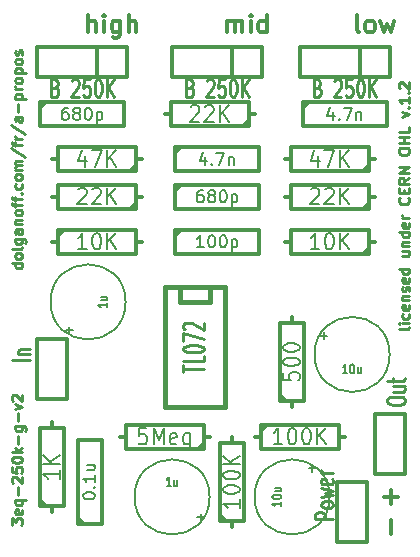
<source format=gto>
%FSLAX46Y46*%
G04 Gerber Fmt 4.6, Leading zero omitted, Abs format (unit mm)*
G04 Created by KiCad (PCBNEW (2014-08-26 BZR 5101)-product) date 01/09/2014 17:28:49*
%MOMM*%
G01*
G04 APERTURE LIST*
%ADD10C,0.100000*%
%ADD11C,0.222250*%
%ADD12C,0.300000*%
%ADD13C,0.304800*%
%ADD14C,0.127000*%
%ADD15C,0.381000*%
%ADD16C,0.203200*%
%ADD17C,0.190500*%
%ADD18C,0.254000*%
G04 APERTURE END LIST*
D10*
D11*
X113432167Y-121094501D02*
X113432167Y-120544168D01*
X113770833Y-120840501D01*
X113770833Y-120713501D01*
X113813167Y-120628834D01*
X113855500Y-120586501D01*
X113940167Y-120544168D01*
X114151833Y-120544168D01*
X114236500Y-120586501D01*
X114278833Y-120628834D01*
X114321167Y-120713501D01*
X114321167Y-120967501D01*
X114278833Y-121052168D01*
X114236500Y-121094501D01*
X114278833Y-119824501D02*
X114321167Y-119909167D01*
X114321167Y-120078501D01*
X114278833Y-120163167D01*
X114194167Y-120205501D01*
X113855500Y-120205501D01*
X113770833Y-120163167D01*
X113728500Y-120078501D01*
X113728500Y-119909167D01*
X113770833Y-119824501D01*
X113855500Y-119782167D01*
X113940167Y-119782167D01*
X114024833Y-120205501D01*
X113728500Y-119020167D02*
X114617500Y-119020167D01*
X114278833Y-119020167D02*
X114321167Y-119104834D01*
X114321167Y-119274167D01*
X114278833Y-119358834D01*
X114236500Y-119401167D01*
X114151833Y-119443501D01*
X113897833Y-119443501D01*
X113813167Y-119401167D01*
X113770833Y-119358834D01*
X113728500Y-119274167D01*
X113728500Y-119104834D01*
X113770833Y-119020167D01*
X113982500Y-118596834D02*
X113982500Y-117919501D01*
X113516833Y-117538501D02*
X113474500Y-117496167D01*
X113432167Y-117411501D01*
X113432167Y-117199834D01*
X113474500Y-117115167D01*
X113516833Y-117072834D01*
X113601500Y-117030501D01*
X113686167Y-117030501D01*
X113813167Y-117072834D01*
X114321167Y-117580834D01*
X114321167Y-117030501D01*
X113432167Y-116226167D02*
X113432167Y-116649500D01*
X113855500Y-116691834D01*
X113813167Y-116649500D01*
X113770833Y-116564834D01*
X113770833Y-116353167D01*
X113813167Y-116268500D01*
X113855500Y-116226167D01*
X113940167Y-116183834D01*
X114151833Y-116183834D01*
X114236500Y-116226167D01*
X114278833Y-116268500D01*
X114321167Y-116353167D01*
X114321167Y-116564834D01*
X114278833Y-116649500D01*
X114236500Y-116691834D01*
X113432167Y-115633500D02*
X113432167Y-115548833D01*
X113474500Y-115464167D01*
X113516833Y-115421833D01*
X113601500Y-115379500D01*
X113770833Y-115337167D01*
X113982500Y-115337167D01*
X114151833Y-115379500D01*
X114236500Y-115421833D01*
X114278833Y-115464167D01*
X114321167Y-115548833D01*
X114321167Y-115633500D01*
X114278833Y-115718167D01*
X114236500Y-115760500D01*
X114151833Y-115802833D01*
X113982500Y-115845167D01*
X113770833Y-115845167D01*
X113601500Y-115802833D01*
X113516833Y-115760500D01*
X113474500Y-115718167D01*
X113432167Y-115633500D01*
X114321167Y-114956166D02*
X113432167Y-114956166D01*
X113982500Y-114871500D02*
X114321167Y-114617500D01*
X113728500Y-114617500D02*
X114067167Y-114956166D01*
X113982500Y-114236499D02*
X113982500Y-113559166D01*
X113728500Y-112754832D02*
X114448167Y-112754832D01*
X114532833Y-112797166D01*
X114575167Y-112839499D01*
X114617500Y-112924166D01*
X114617500Y-113051166D01*
X114575167Y-113135832D01*
X114278833Y-112754832D02*
X114321167Y-112839499D01*
X114321167Y-113008832D01*
X114278833Y-113093499D01*
X114236500Y-113135832D01*
X114151833Y-113178166D01*
X113897833Y-113178166D01*
X113813167Y-113135832D01*
X113770833Y-113093499D01*
X113728500Y-113008832D01*
X113728500Y-112839499D01*
X113770833Y-112754832D01*
X113982500Y-112331499D02*
X113982500Y-111654166D01*
X113728500Y-111315499D02*
X114321167Y-111103832D01*
X113728500Y-110892166D01*
X113516833Y-110595833D02*
X113474500Y-110553499D01*
X113432167Y-110468833D01*
X113432167Y-110257166D01*
X113474500Y-110172499D01*
X113516833Y-110130166D01*
X113601500Y-110087833D01*
X113686167Y-110087833D01*
X113813167Y-110130166D01*
X114321167Y-110638166D01*
X114321167Y-110087833D01*
X114321167Y-98975330D02*
X113432167Y-98975330D01*
X114278833Y-98975330D02*
X114321167Y-99059997D01*
X114321167Y-99229330D01*
X114278833Y-99313997D01*
X114236500Y-99356330D01*
X114151833Y-99398664D01*
X113897833Y-99398664D01*
X113813167Y-99356330D01*
X113770833Y-99313997D01*
X113728500Y-99229330D01*
X113728500Y-99059997D01*
X113770833Y-98975330D01*
X114321167Y-98424997D02*
X114278833Y-98509664D01*
X114236500Y-98551997D01*
X114151833Y-98594331D01*
X113897833Y-98594331D01*
X113813167Y-98551997D01*
X113770833Y-98509664D01*
X113728500Y-98424997D01*
X113728500Y-98297997D01*
X113770833Y-98213331D01*
X113813167Y-98170997D01*
X113897833Y-98128664D01*
X114151833Y-98128664D01*
X114236500Y-98170997D01*
X114278833Y-98213331D01*
X114321167Y-98297997D01*
X114321167Y-98424997D01*
X114321167Y-97620664D02*
X114278833Y-97705331D01*
X114194167Y-97747664D01*
X113432167Y-97747664D01*
X113728500Y-96900997D02*
X114448167Y-96900997D01*
X114532833Y-96943331D01*
X114575167Y-96985664D01*
X114617500Y-97070331D01*
X114617500Y-97197331D01*
X114575167Y-97281997D01*
X114278833Y-96900997D02*
X114321167Y-96985664D01*
X114321167Y-97154997D01*
X114278833Y-97239664D01*
X114236500Y-97281997D01*
X114151833Y-97324331D01*
X113897833Y-97324331D01*
X113813167Y-97281997D01*
X113770833Y-97239664D01*
X113728500Y-97154997D01*
X113728500Y-96985664D01*
X113770833Y-96900997D01*
X114321167Y-96096664D02*
X113855500Y-96096664D01*
X113770833Y-96138998D01*
X113728500Y-96223664D01*
X113728500Y-96392998D01*
X113770833Y-96477664D01*
X114278833Y-96096664D02*
X114321167Y-96181331D01*
X114321167Y-96392998D01*
X114278833Y-96477664D01*
X114194167Y-96519998D01*
X114109500Y-96519998D01*
X114024833Y-96477664D01*
X113982500Y-96392998D01*
X113982500Y-96181331D01*
X113940167Y-96096664D01*
X113728500Y-95673331D02*
X114321167Y-95673331D01*
X113813167Y-95673331D02*
X113770833Y-95630998D01*
X113728500Y-95546331D01*
X113728500Y-95419331D01*
X113770833Y-95334665D01*
X113855500Y-95292331D01*
X114321167Y-95292331D01*
X114321167Y-94741998D02*
X114278833Y-94826665D01*
X114236500Y-94868998D01*
X114151833Y-94911332D01*
X113897833Y-94911332D01*
X113813167Y-94868998D01*
X113770833Y-94826665D01*
X113728500Y-94741998D01*
X113728500Y-94614998D01*
X113770833Y-94530332D01*
X113813167Y-94487998D01*
X113897833Y-94445665D01*
X114151833Y-94445665D01*
X114236500Y-94487998D01*
X114278833Y-94530332D01*
X114321167Y-94614998D01*
X114321167Y-94741998D01*
X113728500Y-94191665D02*
X113728500Y-93852999D01*
X114321167Y-94064665D02*
X113559167Y-94064665D01*
X113474500Y-94022332D01*
X113432167Y-93937665D01*
X113432167Y-93852999D01*
X113728500Y-93683665D02*
X113728500Y-93344999D01*
X114321167Y-93556665D02*
X113559167Y-93556665D01*
X113474500Y-93514332D01*
X113432167Y-93429665D01*
X113432167Y-93344999D01*
X114236500Y-93048665D02*
X114278833Y-93006332D01*
X114321167Y-93048665D01*
X114278833Y-93090999D01*
X114236500Y-93048665D01*
X114321167Y-93048665D01*
X114278833Y-92244332D02*
X114321167Y-92328999D01*
X114321167Y-92498332D01*
X114278833Y-92582999D01*
X114236500Y-92625332D01*
X114151833Y-92667666D01*
X113897833Y-92667666D01*
X113813167Y-92625332D01*
X113770833Y-92582999D01*
X113728500Y-92498332D01*
X113728500Y-92328999D01*
X113770833Y-92244332D01*
X114321167Y-91736332D02*
X114278833Y-91820999D01*
X114236500Y-91863332D01*
X114151833Y-91905666D01*
X113897833Y-91905666D01*
X113813167Y-91863332D01*
X113770833Y-91820999D01*
X113728500Y-91736332D01*
X113728500Y-91609332D01*
X113770833Y-91524666D01*
X113813167Y-91482332D01*
X113897833Y-91439999D01*
X114151833Y-91439999D01*
X114236500Y-91482332D01*
X114278833Y-91524666D01*
X114321167Y-91609332D01*
X114321167Y-91736332D01*
X114321167Y-91058999D02*
X113728500Y-91058999D01*
X113813167Y-91058999D02*
X113770833Y-91016666D01*
X113728500Y-90931999D01*
X113728500Y-90804999D01*
X113770833Y-90720333D01*
X113855500Y-90677999D01*
X114321167Y-90677999D01*
X113855500Y-90677999D02*
X113770833Y-90635666D01*
X113728500Y-90550999D01*
X113728500Y-90423999D01*
X113770833Y-90339333D01*
X113855500Y-90296999D01*
X114321167Y-90296999D01*
X113389833Y-89238666D02*
X114532833Y-90000666D01*
X113728500Y-89069333D02*
X113728500Y-88730667D01*
X114321167Y-88942333D02*
X113559167Y-88942333D01*
X113474500Y-88900000D01*
X113432167Y-88815333D01*
X113432167Y-88730667D01*
X114321167Y-88434333D02*
X113728500Y-88434333D01*
X113897833Y-88434333D02*
X113813167Y-88392000D01*
X113770833Y-88349667D01*
X113728500Y-88265000D01*
X113728500Y-88180333D01*
X113389833Y-87249000D02*
X114532833Y-88011000D01*
X114321167Y-86571667D02*
X113855500Y-86571667D01*
X113770833Y-86614001D01*
X113728500Y-86698667D01*
X113728500Y-86868001D01*
X113770833Y-86952667D01*
X114278833Y-86571667D02*
X114321167Y-86656334D01*
X114321167Y-86868001D01*
X114278833Y-86952667D01*
X114194167Y-86995001D01*
X114109500Y-86995001D01*
X114024833Y-86952667D01*
X113982500Y-86868001D01*
X113982500Y-86656334D01*
X113940167Y-86571667D01*
X113982500Y-86148334D02*
X113982500Y-85471001D01*
X113728500Y-85047667D02*
X114617500Y-85047667D01*
X113770833Y-85047667D02*
X113728500Y-84963001D01*
X113728500Y-84793667D01*
X113770833Y-84709001D01*
X113813167Y-84666667D01*
X113897833Y-84624334D01*
X114151833Y-84624334D01*
X114236500Y-84666667D01*
X114278833Y-84709001D01*
X114321167Y-84793667D01*
X114321167Y-84963001D01*
X114278833Y-85047667D01*
X114321167Y-84243334D02*
X113728500Y-84243334D01*
X113897833Y-84243334D02*
X113813167Y-84201001D01*
X113770833Y-84158668D01*
X113728500Y-84074001D01*
X113728500Y-83989334D01*
X114321167Y-83566001D02*
X114278833Y-83650668D01*
X114236500Y-83693001D01*
X114151833Y-83735335D01*
X113897833Y-83735335D01*
X113813167Y-83693001D01*
X113770833Y-83650668D01*
X113728500Y-83566001D01*
X113728500Y-83439001D01*
X113770833Y-83354335D01*
X113813167Y-83312001D01*
X113897833Y-83269668D01*
X114151833Y-83269668D01*
X114236500Y-83312001D01*
X114278833Y-83354335D01*
X114321167Y-83439001D01*
X114321167Y-83566001D01*
X113728500Y-82888668D02*
X114617500Y-82888668D01*
X113770833Y-82888668D02*
X113728500Y-82804002D01*
X113728500Y-82634668D01*
X113770833Y-82550002D01*
X113813167Y-82507668D01*
X113897833Y-82465335D01*
X114151833Y-82465335D01*
X114236500Y-82507668D01*
X114278833Y-82550002D01*
X114321167Y-82634668D01*
X114321167Y-82804002D01*
X114278833Y-82888668D01*
X114321167Y-81957335D02*
X114278833Y-82042002D01*
X114236500Y-82084335D01*
X114151833Y-82126669D01*
X113897833Y-82126669D01*
X113813167Y-82084335D01*
X113770833Y-82042002D01*
X113728500Y-81957335D01*
X113728500Y-81830335D01*
X113770833Y-81745669D01*
X113813167Y-81703335D01*
X113897833Y-81661002D01*
X114151833Y-81661002D01*
X114236500Y-81703335D01*
X114278833Y-81745669D01*
X114321167Y-81830335D01*
X114321167Y-81957335D01*
X114278833Y-81322336D02*
X114321167Y-81237669D01*
X114321167Y-81068336D01*
X114278833Y-80983669D01*
X114194167Y-80941336D01*
X114151833Y-80941336D01*
X114067167Y-80983669D01*
X114024833Y-81068336D01*
X114024833Y-81195336D01*
X113982500Y-81280002D01*
X113897833Y-81322336D01*
X113855500Y-81322336D01*
X113770833Y-81280002D01*
X113728500Y-81195336D01*
X113728500Y-81068336D01*
X113770833Y-80983669D01*
X147087167Y-104393997D02*
X147044833Y-104478664D01*
X146960167Y-104520997D01*
X146198167Y-104520997D01*
X147087167Y-104055330D02*
X146494500Y-104055330D01*
X146198167Y-104055330D02*
X146240500Y-104097664D01*
X146282833Y-104055330D01*
X146240500Y-104012997D01*
X146198167Y-104055330D01*
X146282833Y-104055330D01*
X147044833Y-103250997D02*
X147087167Y-103335664D01*
X147087167Y-103504997D01*
X147044833Y-103589664D01*
X147002500Y-103631997D01*
X146917833Y-103674331D01*
X146663833Y-103674331D01*
X146579167Y-103631997D01*
X146536833Y-103589664D01*
X146494500Y-103504997D01*
X146494500Y-103335664D01*
X146536833Y-103250997D01*
X147044833Y-102531331D02*
X147087167Y-102615997D01*
X147087167Y-102785331D01*
X147044833Y-102869997D01*
X146960167Y-102912331D01*
X146621500Y-102912331D01*
X146536833Y-102869997D01*
X146494500Y-102785331D01*
X146494500Y-102615997D01*
X146536833Y-102531331D01*
X146621500Y-102488997D01*
X146706167Y-102488997D01*
X146790833Y-102912331D01*
X146494500Y-102107997D02*
X147087167Y-102107997D01*
X146579167Y-102107997D02*
X146536833Y-102065664D01*
X146494500Y-101980997D01*
X146494500Y-101853997D01*
X146536833Y-101769331D01*
X146621500Y-101726997D01*
X147087167Y-101726997D01*
X147044833Y-101345998D02*
X147087167Y-101261331D01*
X147087167Y-101091998D01*
X147044833Y-101007331D01*
X146960167Y-100964998D01*
X146917833Y-100964998D01*
X146833167Y-101007331D01*
X146790833Y-101091998D01*
X146790833Y-101218998D01*
X146748500Y-101303664D01*
X146663833Y-101345998D01*
X146621500Y-101345998D01*
X146536833Y-101303664D01*
X146494500Y-101218998D01*
X146494500Y-101091998D01*
X146536833Y-101007331D01*
X147044833Y-100245331D02*
X147087167Y-100329997D01*
X147087167Y-100499331D01*
X147044833Y-100583997D01*
X146960167Y-100626331D01*
X146621500Y-100626331D01*
X146536833Y-100583997D01*
X146494500Y-100499331D01*
X146494500Y-100329997D01*
X146536833Y-100245331D01*
X146621500Y-100202997D01*
X146706167Y-100202997D01*
X146790833Y-100626331D01*
X147087167Y-99440997D02*
X146198167Y-99440997D01*
X147044833Y-99440997D02*
X147087167Y-99525664D01*
X147087167Y-99694997D01*
X147044833Y-99779664D01*
X147002500Y-99821997D01*
X146917833Y-99864331D01*
X146663833Y-99864331D01*
X146579167Y-99821997D01*
X146536833Y-99779664D01*
X146494500Y-99694997D01*
X146494500Y-99525664D01*
X146536833Y-99440997D01*
X146494500Y-97959331D02*
X147087167Y-97959331D01*
X146494500Y-98340331D02*
X146960167Y-98340331D01*
X147044833Y-98297998D01*
X147087167Y-98213331D01*
X147087167Y-98086331D01*
X147044833Y-98001665D01*
X147002500Y-97959331D01*
X146494500Y-97535998D02*
X147087167Y-97535998D01*
X146579167Y-97535998D02*
X146536833Y-97493665D01*
X146494500Y-97408998D01*
X146494500Y-97281998D01*
X146536833Y-97197332D01*
X146621500Y-97154998D01*
X147087167Y-97154998D01*
X147087167Y-96350665D02*
X146198167Y-96350665D01*
X147044833Y-96350665D02*
X147087167Y-96435332D01*
X147087167Y-96604665D01*
X147044833Y-96689332D01*
X147002500Y-96731665D01*
X146917833Y-96773999D01*
X146663833Y-96773999D01*
X146579167Y-96731665D01*
X146536833Y-96689332D01*
X146494500Y-96604665D01*
X146494500Y-96435332D01*
X146536833Y-96350665D01*
X147044833Y-95588666D02*
X147087167Y-95673332D01*
X147087167Y-95842666D01*
X147044833Y-95927332D01*
X146960167Y-95969666D01*
X146621500Y-95969666D01*
X146536833Y-95927332D01*
X146494500Y-95842666D01*
X146494500Y-95673332D01*
X146536833Y-95588666D01*
X146621500Y-95546332D01*
X146706167Y-95546332D01*
X146790833Y-95969666D01*
X147087167Y-95165332D02*
X146494500Y-95165332D01*
X146663833Y-95165332D02*
X146579167Y-95122999D01*
X146536833Y-95080666D01*
X146494500Y-94995999D01*
X146494500Y-94911332D01*
X147002500Y-93429666D02*
X147044833Y-93472000D01*
X147087167Y-93599000D01*
X147087167Y-93683666D01*
X147044833Y-93810666D01*
X146960167Y-93895333D01*
X146875500Y-93937666D01*
X146706167Y-93980000D01*
X146579167Y-93980000D01*
X146409833Y-93937666D01*
X146325167Y-93895333D01*
X146240500Y-93810666D01*
X146198167Y-93683666D01*
X146198167Y-93599000D01*
X146240500Y-93472000D01*
X146282833Y-93429666D01*
X146621500Y-93048666D02*
X146621500Y-92752333D01*
X147087167Y-92625333D02*
X147087167Y-93048666D01*
X146198167Y-93048666D01*
X146198167Y-92625333D01*
X147087167Y-91736333D02*
X146663833Y-92032667D01*
X147087167Y-92244333D02*
X146198167Y-92244333D01*
X146198167Y-91905667D01*
X146240500Y-91821000D01*
X146282833Y-91778667D01*
X146367500Y-91736333D01*
X146494500Y-91736333D01*
X146579167Y-91778667D01*
X146621500Y-91821000D01*
X146663833Y-91905667D01*
X146663833Y-92244333D01*
X147087167Y-91355333D02*
X146198167Y-91355333D01*
X147087167Y-90847333D01*
X146198167Y-90847333D01*
X146198167Y-89577334D02*
X146198167Y-89408001D01*
X146240500Y-89323334D01*
X146325167Y-89238667D01*
X146494500Y-89196334D01*
X146790833Y-89196334D01*
X146960167Y-89238667D01*
X147044833Y-89323334D01*
X147087167Y-89408001D01*
X147087167Y-89577334D01*
X147044833Y-89662001D01*
X146960167Y-89746667D01*
X146790833Y-89789001D01*
X146494500Y-89789001D01*
X146325167Y-89746667D01*
X146240500Y-89662001D01*
X146198167Y-89577334D01*
X147087167Y-88815334D02*
X146198167Y-88815334D01*
X146621500Y-88815334D02*
X146621500Y-88307334D01*
X147087167Y-88307334D02*
X146198167Y-88307334D01*
X147087167Y-87460668D02*
X147087167Y-87884001D01*
X146198167Y-87884001D01*
X146494500Y-86571668D02*
X147087167Y-86360001D01*
X146494500Y-86148335D01*
X147002500Y-85809668D02*
X147044833Y-85767335D01*
X147087167Y-85809668D01*
X147044833Y-85852002D01*
X147002500Y-85809668D01*
X147087167Y-85809668D01*
X147087167Y-84920669D02*
X147087167Y-85428669D01*
X147087167Y-85174669D02*
X146198167Y-85174669D01*
X146325167Y-85259335D01*
X146409833Y-85344002D01*
X146452167Y-85428669D01*
X147002500Y-84539668D02*
X147044833Y-84497335D01*
X147087167Y-84539668D01*
X147044833Y-84582002D01*
X147002500Y-84539668D01*
X147087167Y-84539668D01*
X146282833Y-84158669D02*
X146240500Y-84116335D01*
X146198167Y-84031669D01*
X146198167Y-83820002D01*
X146240500Y-83735335D01*
X146282833Y-83693002D01*
X146367500Y-83650669D01*
X146452167Y-83650669D01*
X146579167Y-83693002D01*
X147087167Y-84201002D01*
X147087167Y-83650669D01*
D12*
X145522143Y-119316428D02*
X145522143Y-118173571D01*
X146093571Y-118745000D02*
X144950714Y-118745000D01*
X145522143Y-121856428D02*
X145522143Y-120713571D01*
X119884286Y-79418571D02*
X119884286Y-77918571D01*
X120527143Y-79418571D02*
X120527143Y-78632857D01*
X120455714Y-78490000D01*
X120312857Y-78418571D01*
X120098572Y-78418571D01*
X119955714Y-78490000D01*
X119884286Y-78561429D01*
X121241429Y-79418571D02*
X121241429Y-78418571D01*
X121241429Y-77918571D02*
X121170000Y-77990000D01*
X121241429Y-78061429D01*
X121312857Y-77990000D01*
X121241429Y-77918571D01*
X121241429Y-78061429D01*
X122598572Y-78418571D02*
X122598572Y-79632857D01*
X122527143Y-79775714D01*
X122455715Y-79847143D01*
X122312858Y-79918571D01*
X122098572Y-79918571D01*
X121955715Y-79847143D01*
X122598572Y-79347143D02*
X122455715Y-79418571D01*
X122170001Y-79418571D01*
X122027143Y-79347143D01*
X121955715Y-79275714D01*
X121884286Y-79132857D01*
X121884286Y-78704286D01*
X121955715Y-78561429D01*
X122027143Y-78490000D01*
X122170001Y-78418571D01*
X122455715Y-78418571D01*
X122598572Y-78490000D01*
X123312858Y-79418571D02*
X123312858Y-77918571D01*
X123955715Y-79418571D02*
X123955715Y-78632857D01*
X123884286Y-78490000D01*
X123741429Y-78418571D01*
X123527144Y-78418571D01*
X123384286Y-78490000D01*
X123312858Y-78561429D01*
X131671429Y-79418571D02*
X131671429Y-78418571D01*
X131671429Y-78561429D02*
X131742857Y-78490000D01*
X131885715Y-78418571D01*
X132100000Y-78418571D01*
X132242857Y-78490000D01*
X132314286Y-78632857D01*
X132314286Y-79418571D01*
X132314286Y-78632857D02*
X132385715Y-78490000D01*
X132528572Y-78418571D01*
X132742857Y-78418571D01*
X132885715Y-78490000D01*
X132957143Y-78632857D01*
X132957143Y-79418571D01*
X133671429Y-79418571D02*
X133671429Y-78418571D01*
X133671429Y-77918571D02*
X133600000Y-77990000D01*
X133671429Y-78061429D01*
X133742857Y-77990000D01*
X133671429Y-77918571D01*
X133671429Y-78061429D01*
X135028572Y-79418571D02*
X135028572Y-77918571D01*
X135028572Y-79347143D02*
X134885715Y-79418571D01*
X134600001Y-79418571D01*
X134457143Y-79347143D01*
X134385715Y-79275714D01*
X134314286Y-79132857D01*
X134314286Y-78704286D01*
X134385715Y-78561429D01*
X134457143Y-78490000D01*
X134600001Y-78418571D01*
X134885715Y-78418571D01*
X135028572Y-78490000D01*
X142859286Y-79418571D02*
X142716428Y-79347143D01*
X142645000Y-79204286D01*
X142645000Y-77918571D01*
X143645000Y-79418571D02*
X143502142Y-79347143D01*
X143430714Y-79275714D01*
X143359285Y-79132857D01*
X143359285Y-78704286D01*
X143430714Y-78561429D01*
X143502142Y-78490000D01*
X143645000Y-78418571D01*
X143859285Y-78418571D01*
X144002142Y-78490000D01*
X144073571Y-78561429D01*
X144145000Y-78704286D01*
X144145000Y-79132857D01*
X144073571Y-79275714D01*
X144002142Y-79347143D01*
X143859285Y-79418571D01*
X143645000Y-79418571D01*
X144645000Y-78418571D02*
X144930714Y-79418571D01*
X145216428Y-78704286D01*
X145502143Y-79418571D01*
X145787857Y-78418571D01*
D13*
X118999000Y-121031000D02*
X118999000Y-113919000D01*
X118999000Y-113919000D02*
X121031000Y-113919000D01*
X121031000Y-113919000D02*
X121031000Y-121031000D01*
X121031000Y-121031000D02*
X118999000Y-121031000D01*
X119507000Y-121031000D02*
X118999000Y-120523000D01*
D14*
X123065539Y-102235000D02*
G75*
G03X123065539Y-102235000I-3177539J0D01*
G74*
G01*
D13*
X127254000Y-89154000D02*
X134366000Y-89154000D01*
X134366000Y-89154000D02*
X134366000Y-91186000D01*
X134366000Y-91186000D02*
X127254000Y-91186000D01*
X127254000Y-91186000D02*
X127254000Y-89154000D01*
X127254000Y-89662000D02*
X127762000Y-89154000D01*
X127254000Y-92329000D02*
X134366000Y-92329000D01*
X134366000Y-92329000D02*
X134366000Y-94361000D01*
X134366000Y-94361000D02*
X127254000Y-94361000D01*
X127254000Y-94361000D02*
X127254000Y-92329000D01*
X127254000Y-92837000D02*
X127762000Y-92329000D01*
X138049000Y-85344000D02*
X145161000Y-85344000D01*
X145161000Y-85344000D02*
X145161000Y-87376000D01*
X145161000Y-87376000D02*
X138049000Y-87376000D01*
X138049000Y-87376000D02*
X138049000Y-85344000D01*
X138049000Y-85852000D02*
X138557000Y-85344000D01*
X115824000Y-85344000D02*
X122936000Y-85344000D01*
X122936000Y-85344000D02*
X122936000Y-87376000D01*
X122936000Y-87376000D02*
X115824000Y-87376000D01*
X115824000Y-87376000D02*
X115824000Y-85344000D01*
X115824000Y-85852000D02*
X116332000Y-85344000D01*
D14*
X145417539Y-106680000D02*
G75*
G03X145417539Y-106680000I-3177539J0D01*
G74*
G01*
X130177539Y-118745000D02*
G75*
G03X130177539Y-118745000I-3177539J0D01*
G74*
G01*
X140337539Y-118745000D02*
G75*
G03X140337539Y-118745000I-3177539J0D01*
G74*
G01*
D13*
X118110000Y-110490000D02*
X115570000Y-110490000D01*
X115570000Y-110490000D02*
X115570000Y-105410000D01*
X115570000Y-105410000D02*
X118110000Y-105410000D01*
X118110000Y-105410000D02*
X118110000Y-110490000D01*
X146685000Y-116840000D02*
X144145000Y-116840000D01*
X144145000Y-116840000D02*
X144145000Y-111760000D01*
X144145000Y-111760000D02*
X146685000Y-111760000D01*
X146685000Y-111760000D02*
X146685000Y-116840000D01*
X143510000Y-122555000D02*
X140970000Y-122555000D01*
X140970000Y-122555000D02*
X140970000Y-117475000D01*
X140970000Y-117475000D02*
X143510000Y-117475000D01*
X143510000Y-117475000D02*
X143510000Y-122555000D01*
X116840000Y-120015000D02*
X116840000Y-119507000D01*
X116840000Y-112395000D02*
X116840000Y-112903000D01*
X116840000Y-112903000D02*
X115824000Y-112903000D01*
X115824000Y-112903000D02*
X115824000Y-119507000D01*
X115824000Y-119507000D02*
X117856000Y-119507000D01*
X117856000Y-119507000D02*
X117856000Y-112903000D01*
X117856000Y-112903000D02*
X116840000Y-112903000D01*
X116332000Y-119507000D02*
X115824000Y-118999000D01*
X130175000Y-113665000D02*
X129667000Y-113665000D01*
X122555000Y-113665000D02*
X123063000Y-113665000D01*
X123063000Y-113665000D02*
X123063000Y-114681000D01*
X123063000Y-114681000D02*
X129667000Y-114681000D01*
X129667000Y-114681000D02*
X129667000Y-112649000D01*
X129667000Y-112649000D02*
X123063000Y-112649000D01*
X123063000Y-112649000D02*
X123063000Y-113665000D01*
X129667000Y-114173000D02*
X129159000Y-114681000D01*
X124460000Y-90170000D02*
X123952000Y-90170000D01*
X116840000Y-90170000D02*
X117348000Y-90170000D01*
X117348000Y-90170000D02*
X117348000Y-91186000D01*
X117348000Y-91186000D02*
X123952000Y-91186000D01*
X123952000Y-91186000D02*
X123952000Y-89154000D01*
X123952000Y-89154000D02*
X117348000Y-89154000D01*
X117348000Y-89154000D02*
X117348000Y-90170000D01*
X123952000Y-90678000D02*
X123444000Y-91186000D01*
X124460000Y-93345000D02*
X123952000Y-93345000D01*
X116840000Y-93345000D02*
X117348000Y-93345000D01*
X117348000Y-93345000D02*
X117348000Y-94361000D01*
X117348000Y-94361000D02*
X123952000Y-94361000D01*
X123952000Y-94361000D02*
X123952000Y-92329000D01*
X123952000Y-92329000D02*
X117348000Y-92329000D01*
X117348000Y-92329000D02*
X117348000Y-93345000D01*
X123952000Y-93853000D02*
X123444000Y-94361000D01*
X116840000Y-97155000D02*
X117348000Y-97155000D01*
X124460000Y-97155000D02*
X123952000Y-97155000D01*
X123952000Y-97155000D02*
X123952000Y-96139000D01*
X123952000Y-96139000D02*
X117348000Y-96139000D01*
X117348000Y-96139000D02*
X117348000Y-98171000D01*
X117348000Y-98171000D02*
X123952000Y-98171000D01*
X123952000Y-98171000D02*
X123952000Y-97155000D01*
X117348000Y-96647000D02*
X117856000Y-96139000D01*
X133985000Y-86360000D02*
X133477000Y-86360000D01*
X126365000Y-86360000D02*
X126873000Y-86360000D01*
X126873000Y-86360000D02*
X126873000Y-87376000D01*
X126873000Y-87376000D02*
X133477000Y-87376000D01*
X133477000Y-87376000D02*
X133477000Y-85344000D01*
X133477000Y-85344000D02*
X126873000Y-85344000D01*
X126873000Y-85344000D02*
X126873000Y-86360000D01*
X133477000Y-86868000D02*
X132969000Y-87376000D01*
X144145000Y-90170000D02*
X143637000Y-90170000D01*
X136525000Y-90170000D02*
X137033000Y-90170000D01*
X137033000Y-90170000D02*
X137033000Y-91186000D01*
X137033000Y-91186000D02*
X143637000Y-91186000D01*
X143637000Y-91186000D02*
X143637000Y-89154000D01*
X143637000Y-89154000D02*
X137033000Y-89154000D01*
X137033000Y-89154000D02*
X137033000Y-90170000D01*
X143637000Y-90678000D02*
X143129000Y-91186000D01*
X144145000Y-93345000D02*
X143637000Y-93345000D01*
X136525000Y-93345000D02*
X137033000Y-93345000D01*
X137033000Y-93345000D02*
X137033000Y-94361000D01*
X137033000Y-94361000D02*
X143637000Y-94361000D01*
X143637000Y-94361000D02*
X143637000Y-92329000D01*
X143637000Y-92329000D02*
X137033000Y-92329000D01*
X137033000Y-92329000D02*
X137033000Y-93345000D01*
X143637000Y-93853000D02*
X143129000Y-94361000D01*
X144145000Y-97155000D02*
X143637000Y-97155000D01*
X136525000Y-97155000D02*
X137033000Y-97155000D01*
X137033000Y-97155000D02*
X137033000Y-98171000D01*
X137033000Y-98171000D02*
X143637000Y-98171000D01*
X143637000Y-98171000D02*
X143637000Y-96139000D01*
X143637000Y-96139000D02*
X137033000Y-96139000D01*
X137033000Y-96139000D02*
X137033000Y-97155000D01*
X143637000Y-97663000D02*
X143129000Y-98171000D01*
X137160000Y-111125000D02*
X137160000Y-110617000D01*
X137160000Y-103505000D02*
X137160000Y-104013000D01*
X137160000Y-104013000D02*
X136144000Y-104013000D01*
X136144000Y-104013000D02*
X136144000Y-110617000D01*
X136144000Y-110617000D02*
X138176000Y-110617000D01*
X138176000Y-110617000D02*
X138176000Y-104013000D01*
X138176000Y-104013000D02*
X137160000Y-104013000D01*
X136652000Y-110617000D02*
X136144000Y-110109000D01*
X133985000Y-113665000D02*
X134493000Y-113665000D01*
X141605000Y-113665000D02*
X141097000Y-113665000D01*
X141097000Y-113665000D02*
X141097000Y-112649000D01*
X141097000Y-112649000D02*
X134493000Y-112649000D01*
X134493000Y-112649000D02*
X134493000Y-114681000D01*
X134493000Y-114681000D02*
X141097000Y-114681000D01*
X141097000Y-114681000D02*
X141097000Y-113665000D01*
X134493000Y-113157000D02*
X135001000Y-112649000D01*
X132080000Y-121285000D02*
X132080000Y-120777000D01*
X132080000Y-113665000D02*
X132080000Y-114173000D01*
X132080000Y-114173000D02*
X131064000Y-114173000D01*
X131064000Y-114173000D02*
X131064000Y-120777000D01*
X131064000Y-120777000D02*
X133096000Y-120777000D01*
X133096000Y-120777000D02*
X133096000Y-114173000D01*
X133096000Y-114173000D02*
X132080000Y-114173000D01*
X131572000Y-120777000D02*
X131064000Y-120269000D01*
X145415000Y-80645000D02*
X145415000Y-83185000D01*
X145415000Y-83185000D02*
X137795000Y-83185000D01*
X137795000Y-83185000D02*
X137795000Y-80645000D01*
X137795000Y-80645000D02*
X145415000Y-80645000D01*
X142875000Y-83185000D02*
X142875000Y-80645000D01*
X134620000Y-80645000D02*
X134620000Y-83185000D01*
X134620000Y-83185000D02*
X127000000Y-83185000D01*
X127000000Y-83185000D02*
X127000000Y-80645000D01*
X127000000Y-80645000D02*
X134620000Y-80645000D01*
X132080000Y-83185000D02*
X132080000Y-80645000D01*
X123190000Y-80645000D02*
X123190000Y-83185000D01*
X123190000Y-83185000D02*
X115570000Y-83185000D01*
X115570000Y-83185000D02*
X115570000Y-80645000D01*
X115570000Y-80645000D02*
X123190000Y-80645000D01*
X120650000Y-83185000D02*
X120650000Y-80645000D01*
D15*
X130175000Y-100965000D02*
X130175000Y-102235000D01*
X130175000Y-102235000D02*
X127635000Y-102235000D01*
X127635000Y-102235000D02*
X127635000Y-100965000D01*
X131445000Y-100965000D02*
X131445000Y-111125000D01*
X131445000Y-111125000D02*
X126365000Y-111125000D01*
X126365000Y-111125000D02*
X126365000Y-100965000D01*
X126365000Y-100965000D02*
X131445000Y-100965000D01*
D13*
X127254000Y-96139000D02*
X134366000Y-96139000D01*
X134366000Y-96139000D02*
X134366000Y-98171000D01*
X134366000Y-98171000D02*
X127254000Y-98171000D01*
X127254000Y-98171000D02*
X127254000Y-96139000D01*
X127254000Y-96647000D02*
X127762000Y-96139000D01*
D16*
X119458619Y-118708714D02*
X119458619Y-118611953D01*
X119507000Y-118515191D01*
X119555381Y-118466810D01*
X119652143Y-118418429D01*
X119845667Y-118370048D01*
X120087571Y-118370048D01*
X120281095Y-118418429D01*
X120377857Y-118466810D01*
X120426238Y-118515191D01*
X120474619Y-118611953D01*
X120474619Y-118708714D01*
X120426238Y-118805476D01*
X120377857Y-118853857D01*
X120281095Y-118902238D01*
X120087571Y-118950619D01*
X119845667Y-118950619D01*
X119652143Y-118902238D01*
X119555381Y-118853857D01*
X119507000Y-118805476D01*
X119458619Y-118708714D01*
X120377857Y-117934619D02*
X120426238Y-117886238D01*
X120474619Y-117934619D01*
X120426238Y-117983000D01*
X120377857Y-117934619D01*
X120474619Y-117934619D01*
X120474619Y-116918619D02*
X120474619Y-117499190D01*
X120474619Y-117208904D02*
X119458619Y-117208904D01*
X119603762Y-117305666D01*
X119700524Y-117402428D01*
X119748905Y-117499190D01*
X119797286Y-116047762D02*
X120474619Y-116047762D01*
X119797286Y-116483190D02*
X120329476Y-116483190D01*
X120426238Y-116434809D01*
X120474619Y-116338047D01*
X120474619Y-116192905D01*
X120426238Y-116096143D01*
X120377857Y-116047762D01*
D14*
X121502714Y-102340833D02*
X121502714Y-102703691D01*
X121502714Y-102522262D02*
X120740714Y-102522262D01*
X120849571Y-102582738D01*
X120922143Y-102643214D01*
X120958429Y-102703691D01*
X120994714Y-101796548D02*
X121502714Y-101796548D01*
X120994714Y-102068691D02*
X121393857Y-102068691D01*
X121466429Y-102038452D01*
X121502714Y-101977976D01*
X121502714Y-101887262D01*
X121466429Y-101826786D01*
X121430143Y-101796548D01*
D17*
X118291429Y-104938285D02*
X118291429Y-104357714D01*
X118581714Y-104648000D02*
X118001143Y-104648000D01*
D16*
X129818190Y-89952286D02*
X129818190Y-90629619D01*
X129576286Y-89565238D02*
X129334381Y-90290952D01*
X129963333Y-90290952D01*
X130350381Y-90532857D02*
X130398762Y-90581238D01*
X130350381Y-90629619D01*
X130302000Y-90581238D01*
X130350381Y-90532857D01*
X130350381Y-90629619D01*
X130737429Y-89613619D02*
X131414762Y-89613619D01*
X130979334Y-90629619D01*
X131801810Y-89952286D02*
X131801810Y-90629619D01*
X131801810Y-90049048D02*
X131850191Y-90000667D01*
X131946953Y-89952286D01*
X132092095Y-89952286D01*
X132188857Y-90000667D01*
X132237238Y-90097429D01*
X132237238Y-90629619D01*
X129576286Y-92788619D02*
X129382763Y-92788619D01*
X129286001Y-92837000D01*
X129237620Y-92885381D01*
X129140858Y-93030524D01*
X129092477Y-93224048D01*
X129092477Y-93611095D01*
X129140858Y-93707857D01*
X129189239Y-93756238D01*
X129286001Y-93804619D01*
X129479524Y-93804619D01*
X129576286Y-93756238D01*
X129624667Y-93707857D01*
X129673048Y-93611095D01*
X129673048Y-93369190D01*
X129624667Y-93272429D01*
X129576286Y-93224048D01*
X129479524Y-93175667D01*
X129286001Y-93175667D01*
X129189239Y-93224048D01*
X129140858Y-93272429D01*
X129092477Y-93369190D01*
X130253620Y-93224048D02*
X130156858Y-93175667D01*
X130108477Y-93127286D01*
X130060096Y-93030524D01*
X130060096Y-92982143D01*
X130108477Y-92885381D01*
X130156858Y-92837000D01*
X130253620Y-92788619D01*
X130447143Y-92788619D01*
X130543905Y-92837000D01*
X130592286Y-92885381D01*
X130640667Y-92982143D01*
X130640667Y-93030524D01*
X130592286Y-93127286D01*
X130543905Y-93175667D01*
X130447143Y-93224048D01*
X130253620Y-93224048D01*
X130156858Y-93272429D01*
X130108477Y-93320810D01*
X130060096Y-93417571D01*
X130060096Y-93611095D01*
X130108477Y-93707857D01*
X130156858Y-93756238D01*
X130253620Y-93804619D01*
X130447143Y-93804619D01*
X130543905Y-93756238D01*
X130592286Y-93707857D01*
X130640667Y-93611095D01*
X130640667Y-93417571D01*
X130592286Y-93320810D01*
X130543905Y-93272429D01*
X130447143Y-93224048D01*
X131269620Y-92788619D02*
X131366381Y-92788619D01*
X131463143Y-92837000D01*
X131511524Y-92885381D01*
X131559905Y-92982143D01*
X131608286Y-93175667D01*
X131608286Y-93417571D01*
X131559905Y-93611095D01*
X131511524Y-93707857D01*
X131463143Y-93756238D01*
X131366381Y-93804619D01*
X131269620Y-93804619D01*
X131172858Y-93756238D01*
X131124477Y-93707857D01*
X131076096Y-93611095D01*
X131027715Y-93417571D01*
X131027715Y-93175667D01*
X131076096Y-92982143D01*
X131124477Y-92885381D01*
X131172858Y-92837000D01*
X131269620Y-92788619D01*
X132043715Y-93127286D02*
X132043715Y-94143286D01*
X132043715Y-93175667D02*
X132140477Y-93127286D01*
X132334000Y-93127286D01*
X132430762Y-93175667D01*
X132479143Y-93224048D01*
X132527524Y-93320810D01*
X132527524Y-93611095D01*
X132479143Y-93707857D01*
X132430762Y-93756238D01*
X132334000Y-93804619D01*
X132140477Y-93804619D01*
X132043715Y-93756238D01*
X140613190Y-86142286D02*
X140613190Y-86819619D01*
X140371286Y-85755238D02*
X140129381Y-86480952D01*
X140758333Y-86480952D01*
X141145381Y-86722857D02*
X141193762Y-86771238D01*
X141145381Y-86819619D01*
X141097000Y-86771238D01*
X141145381Y-86722857D01*
X141145381Y-86819619D01*
X141532429Y-85803619D02*
X142209762Y-85803619D01*
X141774334Y-86819619D01*
X142596810Y-86142286D02*
X142596810Y-86819619D01*
X142596810Y-86239048D02*
X142645191Y-86190667D01*
X142741953Y-86142286D01*
X142887095Y-86142286D01*
X142983857Y-86190667D01*
X143032238Y-86287429D01*
X143032238Y-86819619D01*
X118146286Y-85803619D02*
X117952763Y-85803619D01*
X117856001Y-85852000D01*
X117807620Y-85900381D01*
X117710858Y-86045524D01*
X117662477Y-86239048D01*
X117662477Y-86626095D01*
X117710858Y-86722857D01*
X117759239Y-86771238D01*
X117856001Y-86819619D01*
X118049524Y-86819619D01*
X118146286Y-86771238D01*
X118194667Y-86722857D01*
X118243048Y-86626095D01*
X118243048Y-86384190D01*
X118194667Y-86287429D01*
X118146286Y-86239048D01*
X118049524Y-86190667D01*
X117856001Y-86190667D01*
X117759239Y-86239048D01*
X117710858Y-86287429D01*
X117662477Y-86384190D01*
X118823620Y-86239048D02*
X118726858Y-86190667D01*
X118678477Y-86142286D01*
X118630096Y-86045524D01*
X118630096Y-85997143D01*
X118678477Y-85900381D01*
X118726858Y-85852000D01*
X118823620Y-85803619D01*
X119017143Y-85803619D01*
X119113905Y-85852000D01*
X119162286Y-85900381D01*
X119210667Y-85997143D01*
X119210667Y-86045524D01*
X119162286Y-86142286D01*
X119113905Y-86190667D01*
X119017143Y-86239048D01*
X118823620Y-86239048D01*
X118726858Y-86287429D01*
X118678477Y-86335810D01*
X118630096Y-86432571D01*
X118630096Y-86626095D01*
X118678477Y-86722857D01*
X118726858Y-86771238D01*
X118823620Y-86819619D01*
X119017143Y-86819619D01*
X119113905Y-86771238D01*
X119162286Y-86722857D01*
X119210667Y-86626095D01*
X119210667Y-86432571D01*
X119162286Y-86335810D01*
X119113905Y-86287429D01*
X119017143Y-86239048D01*
X119839620Y-85803619D02*
X119936381Y-85803619D01*
X120033143Y-85852000D01*
X120081524Y-85900381D01*
X120129905Y-85997143D01*
X120178286Y-86190667D01*
X120178286Y-86432571D01*
X120129905Y-86626095D01*
X120081524Y-86722857D01*
X120033143Y-86771238D01*
X119936381Y-86819619D01*
X119839620Y-86819619D01*
X119742858Y-86771238D01*
X119694477Y-86722857D01*
X119646096Y-86626095D01*
X119597715Y-86432571D01*
X119597715Y-86190667D01*
X119646096Y-85997143D01*
X119694477Y-85900381D01*
X119742858Y-85852000D01*
X119839620Y-85803619D01*
X120613715Y-86142286D02*
X120613715Y-87158286D01*
X120613715Y-86190667D02*
X120710477Y-86142286D01*
X120904000Y-86142286D01*
X121000762Y-86190667D01*
X121049143Y-86239048D01*
X121097524Y-86335810D01*
X121097524Y-86626095D01*
X121049143Y-86722857D01*
X121000762Y-86771238D01*
X120904000Y-86819619D01*
X120710477Y-86819619D01*
X120613715Y-86771238D01*
D14*
X141831786Y-108294714D02*
X141468928Y-108294714D01*
X141650357Y-108294714D02*
X141650357Y-107532714D01*
X141589881Y-107641571D01*
X141529405Y-107714143D01*
X141468928Y-107750429D01*
X142224881Y-107532714D02*
X142285357Y-107532714D01*
X142345833Y-107569000D01*
X142376071Y-107605286D01*
X142406309Y-107677857D01*
X142436548Y-107823000D01*
X142436548Y-108004429D01*
X142406309Y-108149571D01*
X142376071Y-108222143D01*
X142345833Y-108258429D01*
X142285357Y-108294714D01*
X142224881Y-108294714D01*
X142164405Y-108258429D01*
X142134167Y-108222143D01*
X142103928Y-108149571D01*
X142073690Y-108004429D01*
X142073690Y-107823000D01*
X142103928Y-107677857D01*
X142134167Y-107605286D01*
X142164405Y-107569000D01*
X142224881Y-107532714D01*
X142980833Y-107786714D02*
X142980833Y-108294714D01*
X142708690Y-107786714D02*
X142708690Y-108185857D01*
X142738929Y-108258429D01*
X142799405Y-108294714D01*
X142890119Y-108294714D01*
X142950595Y-108258429D01*
X142980833Y-108222143D01*
D17*
X139536715Y-105083429D02*
X140117286Y-105083429D01*
X139827000Y-105373714D02*
X139827000Y-104793143D01*
D16*
D14*
X126894167Y-117819714D02*
X126531309Y-117819714D01*
X126712738Y-117819714D02*
X126712738Y-117057714D01*
X126652262Y-117166571D01*
X126591786Y-117239143D01*
X126531309Y-117275429D01*
X127438452Y-117311714D02*
X127438452Y-117819714D01*
X127166309Y-117311714D02*
X127166309Y-117710857D01*
X127196548Y-117783429D01*
X127257024Y-117819714D01*
X127347738Y-117819714D01*
X127408214Y-117783429D01*
X127438452Y-117747143D01*
D17*
X129122715Y-120450429D02*
X129703286Y-120450429D01*
X129413000Y-120740714D02*
X129413000Y-120160143D01*
D16*
D14*
X136234714Y-119153214D02*
X136234714Y-119516072D01*
X136234714Y-119334643D02*
X135472714Y-119334643D01*
X135581571Y-119395119D01*
X135654143Y-119455595D01*
X135690429Y-119516072D01*
X135472714Y-118760119D02*
X135472714Y-118699643D01*
X135509000Y-118639167D01*
X135545286Y-118608929D01*
X135617857Y-118578691D01*
X135763000Y-118548452D01*
X135944429Y-118548452D01*
X136089571Y-118578691D01*
X136162143Y-118608929D01*
X136198429Y-118639167D01*
X136234714Y-118699643D01*
X136234714Y-118760119D01*
X136198429Y-118820595D01*
X136162143Y-118850833D01*
X136089571Y-118881072D01*
X135944429Y-118911310D01*
X135763000Y-118911310D01*
X135617857Y-118881072D01*
X135545286Y-118850833D01*
X135509000Y-118820595D01*
X135472714Y-118760119D01*
X135726714Y-118004167D02*
X136234714Y-118004167D01*
X135726714Y-118276310D02*
X136125857Y-118276310D01*
X136198429Y-118246071D01*
X136234714Y-118185595D01*
X136234714Y-118094881D01*
X136198429Y-118034405D01*
X136162143Y-118004167D01*
D17*
X138865429Y-116622285D02*
X138865429Y-116041714D01*
X139155714Y-116332000D02*
X138575143Y-116332000D01*
D16*
D18*
X114989429Y-107139619D02*
X113465429Y-107139619D01*
X113973429Y-106655809D02*
X114989429Y-106655809D01*
X114118571Y-106655809D02*
X114046000Y-106607428D01*
X113973429Y-106510666D01*
X113973429Y-106365524D01*
X114046000Y-106268762D01*
X114191143Y-106220381D01*
X114989429Y-106220381D01*
X145215429Y-110701666D02*
X145215429Y-110508143D01*
X145288000Y-110411381D01*
X145433143Y-110314619D01*
X145723429Y-110266238D01*
X146231429Y-110266238D01*
X146521714Y-110314619D01*
X146666857Y-110411381D01*
X146739429Y-110508143D01*
X146739429Y-110701666D01*
X146666857Y-110798428D01*
X146521714Y-110895190D01*
X146231429Y-110943571D01*
X145723429Y-110943571D01*
X145433143Y-110895190D01*
X145288000Y-110798428D01*
X145215429Y-110701666D01*
X145723429Y-109395381D02*
X146739429Y-109395381D01*
X145723429Y-109830809D02*
X146521714Y-109830809D01*
X146666857Y-109782428D01*
X146739429Y-109685666D01*
X146739429Y-109540524D01*
X146666857Y-109443762D01*
X146594286Y-109395381D01*
X145723429Y-109056714D02*
X145723429Y-108669666D01*
X145215429Y-108911571D02*
X146521714Y-108911571D01*
X146666857Y-108863190D01*
X146739429Y-108766428D01*
X146739429Y-108669666D01*
X140643429Y-120625809D02*
X139119429Y-120625809D01*
X139119429Y-120238762D01*
X139192000Y-120142000D01*
X139264571Y-120093619D01*
X139409714Y-120045238D01*
X139627429Y-120045238D01*
X139772571Y-120093619D01*
X139845143Y-120142000D01*
X139917714Y-120238762D01*
X139917714Y-120625809D01*
X140643429Y-119464666D02*
X140570857Y-119561428D01*
X140498286Y-119609809D01*
X140353143Y-119658190D01*
X139917714Y-119658190D01*
X139772571Y-119609809D01*
X139700000Y-119561428D01*
X139627429Y-119464666D01*
X139627429Y-119319524D01*
X139700000Y-119222762D01*
X139772571Y-119174381D01*
X139917714Y-119126000D01*
X140353143Y-119126000D01*
X140498286Y-119174381D01*
X140570857Y-119222762D01*
X140643429Y-119319524D01*
X140643429Y-119464666D01*
X139627429Y-118787333D02*
X140643429Y-118593809D01*
X139917714Y-118400286D01*
X140643429Y-118206762D01*
X139627429Y-118013238D01*
X140570857Y-117239143D02*
X140643429Y-117335905D01*
X140643429Y-117529428D01*
X140570857Y-117626190D01*
X140425714Y-117674571D01*
X139845143Y-117674571D01*
X139700000Y-117626190D01*
X139627429Y-117529428D01*
X139627429Y-117335905D01*
X139700000Y-117239143D01*
X139845143Y-117190762D01*
X139990286Y-117190762D01*
X140135429Y-117674571D01*
X140643429Y-116755333D02*
X139627429Y-116755333D01*
X139917714Y-116755333D02*
X139772571Y-116706952D01*
X139700000Y-116658571D01*
X139627429Y-116561809D01*
X139627429Y-116465048D01*
D13*
D16*
X117471976Y-116477143D02*
X117471976Y-117202857D01*
X117471976Y-116840000D02*
X116074976Y-116840000D01*
X116274548Y-116960952D01*
X116407595Y-117081905D01*
X116474119Y-117202857D01*
X117471976Y-115932857D02*
X116074976Y-115932857D01*
X117471976Y-115207143D02*
X116673690Y-115751428D01*
X116074976Y-115207143D02*
X116873262Y-115932857D01*
X124822857Y-112899976D02*
X124218095Y-112899976D01*
X124157619Y-113565214D01*
X124218095Y-113498690D01*
X124339047Y-113432167D01*
X124641428Y-113432167D01*
X124762381Y-113498690D01*
X124822857Y-113565214D01*
X124883333Y-113698262D01*
X124883333Y-114030881D01*
X124822857Y-114163929D01*
X124762381Y-114230452D01*
X124641428Y-114296976D01*
X124339047Y-114296976D01*
X124218095Y-114230452D01*
X124157619Y-114163929D01*
X125427619Y-114296976D02*
X125427619Y-112899976D01*
X125850952Y-113897833D01*
X126274286Y-112899976D01*
X126274286Y-114296976D01*
X127362857Y-114230452D02*
X127241905Y-114296976D01*
X127000000Y-114296976D01*
X126879048Y-114230452D01*
X126818572Y-114097405D01*
X126818572Y-113565214D01*
X126879048Y-113432167D01*
X127000000Y-113365643D01*
X127241905Y-113365643D01*
X127362857Y-113432167D01*
X127423334Y-113565214D01*
X127423334Y-113698262D01*
X126818572Y-113831310D01*
X128511905Y-113365643D02*
X128511905Y-114496548D01*
X128451428Y-114629595D01*
X128390952Y-114696119D01*
X128270000Y-114762643D01*
X128088571Y-114762643D01*
X127967619Y-114696119D01*
X128511905Y-114230452D02*
X128390952Y-114296976D01*
X128149048Y-114296976D01*
X128028095Y-114230452D01*
X127967619Y-114163929D01*
X127907143Y-114030881D01*
X127907143Y-113631738D01*
X127967619Y-113498690D01*
X128028095Y-113432167D01*
X128149048Y-113365643D01*
X128390952Y-113365643D01*
X128511905Y-113432167D01*
X119652143Y-89870643D02*
X119652143Y-90801976D01*
X119349762Y-89338452D02*
X119047381Y-90336310D01*
X119833571Y-90336310D01*
X120196429Y-89404976D02*
X121043095Y-89404976D01*
X120498810Y-90801976D01*
X121526905Y-90801976D02*
X121526905Y-89404976D01*
X122252619Y-90801976D02*
X121708334Y-90003690D01*
X122252619Y-89404976D02*
X121526905Y-90203262D01*
X119047381Y-92713024D02*
X119107857Y-92646500D01*
X119228809Y-92579976D01*
X119531190Y-92579976D01*
X119652143Y-92646500D01*
X119712619Y-92713024D01*
X119773095Y-92846071D01*
X119773095Y-92979119D01*
X119712619Y-93178690D01*
X118986905Y-93976976D01*
X119773095Y-93976976D01*
X120256905Y-92713024D02*
X120317381Y-92646500D01*
X120438333Y-92579976D01*
X120740714Y-92579976D01*
X120861667Y-92646500D01*
X120922143Y-92713024D01*
X120982619Y-92846071D01*
X120982619Y-92979119D01*
X120922143Y-93178690D01*
X120196429Y-93976976D01*
X120982619Y-93976976D01*
X121526905Y-93976976D02*
X121526905Y-92579976D01*
X122252619Y-93976976D02*
X121708334Y-93178690D01*
X122252619Y-92579976D02*
X121526905Y-93378262D01*
X119773095Y-97786976D02*
X119047381Y-97786976D01*
X119410238Y-97786976D02*
X119410238Y-96389976D01*
X119289286Y-96589548D01*
X119168333Y-96722595D01*
X119047381Y-96789119D01*
X120559286Y-96389976D02*
X120680238Y-96389976D01*
X120801190Y-96456500D01*
X120861667Y-96523024D01*
X120922143Y-96656071D01*
X120982619Y-96922167D01*
X120982619Y-97254786D01*
X120922143Y-97520881D01*
X120861667Y-97653929D01*
X120801190Y-97720452D01*
X120680238Y-97786976D01*
X120559286Y-97786976D01*
X120438333Y-97720452D01*
X120377857Y-97653929D01*
X120317381Y-97520881D01*
X120256905Y-97254786D01*
X120256905Y-96922167D01*
X120317381Y-96656071D01*
X120377857Y-96523024D01*
X120438333Y-96456500D01*
X120559286Y-96389976D01*
X121526905Y-97786976D02*
X121526905Y-96389976D01*
X122252619Y-97786976D02*
X121708334Y-96988690D01*
X122252619Y-96389976D02*
X121526905Y-97188262D01*
X128572381Y-85728024D02*
X128632857Y-85661500D01*
X128753809Y-85594976D01*
X129056190Y-85594976D01*
X129177143Y-85661500D01*
X129237619Y-85728024D01*
X129298095Y-85861071D01*
X129298095Y-85994119D01*
X129237619Y-86193690D01*
X128511905Y-86991976D01*
X129298095Y-86991976D01*
X129781905Y-85728024D02*
X129842381Y-85661500D01*
X129963333Y-85594976D01*
X130265714Y-85594976D01*
X130386667Y-85661500D01*
X130447143Y-85728024D01*
X130507619Y-85861071D01*
X130507619Y-85994119D01*
X130447143Y-86193690D01*
X129721429Y-86991976D01*
X130507619Y-86991976D01*
X131051905Y-86991976D02*
X131051905Y-85594976D01*
X131777619Y-86991976D02*
X131233334Y-86193690D01*
X131777619Y-85594976D02*
X131051905Y-86393262D01*
X139337143Y-89870643D02*
X139337143Y-90801976D01*
X139034762Y-89338452D02*
X138732381Y-90336310D01*
X139518571Y-90336310D01*
X139881429Y-89404976D02*
X140728095Y-89404976D01*
X140183810Y-90801976D01*
X141211905Y-90801976D02*
X141211905Y-89404976D01*
X141937619Y-90801976D02*
X141393334Y-90003690D01*
X141937619Y-89404976D02*
X141211905Y-90203262D01*
X138732381Y-92713024D02*
X138792857Y-92646500D01*
X138913809Y-92579976D01*
X139216190Y-92579976D01*
X139337143Y-92646500D01*
X139397619Y-92713024D01*
X139458095Y-92846071D01*
X139458095Y-92979119D01*
X139397619Y-93178690D01*
X138671905Y-93976976D01*
X139458095Y-93976976D01*
X139941905Y-92713024D02*
X140002381Y-92646500D01*
X140123333Y-92579976D01*
X140425714Y-92579976D01*
X140546667Y-92646500D01*
X140607143Y-92713024D01*
X140667619Y-92846071D01*
X140667619Y-92979119D01*
X140607143Y-93178690D01*
X139881429Y-93976976D01*
X140667619Y-93976976D01*
X141211905Y-93976976D02*
X141211905Y-92579976D01*
X141937619Y-93976976D02*
X141393334Y-93178690D01*
X141937619Y-92579976D02*
X141211905Y-93378262D01*
X139458095Y-97786976D02*
X138732381Y-97786976D01*
X139095238Y-97786976D02*
X139095238Y-96389976D01*
X138974286Y-96589548D01*
X138853333Y-96722595D01*
X138732381Y-96789119D01*
X140244286Y-96389976D02*
X140365238Y-96389976D01*
X140486190Y-96456500D01*
X140546667Y-96523024D01*
X140607143Y-96656071D01*
X140667619Y-96922167D01*
X140667619Y-97254786D01*
X140607143Y-97520881D01*
X140546667Y-97653929D01*
X140486190Y-97720452D01*
X140365238Y-97786976D01*
X140244286Y-97786976D01*
X140123333Y-97720452D01*
X140062857Y-97653929D01*
X140002381Y-97520881D01*
X139941905Y-97254786D01*
X139941905Y-96922167D01*
X140002381Y-96656071D01*
X140062857Y-96523024D01*
X140123333Y-96456500D01*
X140244286Y-96389976D01*
X141211905Y-97786976D02*
X141211905Y-96389976D01*
X141937619Y-97786976D02*
X141393334Y-96988690D01*
X141937619Y-96389976D02*
X141211905Y-97188262D01*
X136394976Y-108222143D02*
X136394976Y-108826905D01*
X137060214Y-108887381D01*
X136993690Y-108826905D01*
X136927167Y-108705953D01*
X136927167Y-108403572D01*
X136993690Y-108282619D01*
X137060214Y-108222143D01*
X137193262Y-108161667D01*
X137525881Y-108161667D01*
X137658929Y-108222143D01*
X137725452Y-108282619D01*
X137791976Y-108403572D01*
X137791976Y-108705953D01*
X137725452Y-108826905D01*
X137658929Y-108887381D01*
X136394976Y-107375476D02*
X136394976Y-107254524D01*
X136461500Y-107133572D01*
X136528024Y-107073095D01*
X136661071Y-107012619D01*
X136927167Y-106952143D01*
X137259786Y-106952143D01*
X137525881Y-107012619D01*
X137658929Y-107073095D01*
X137725452Y-107133572D01*
X137791976Y-107254524D01*
X137791976Y-107375476D01*
X137725452Y-107496429D01*
X137658929Y-107556905D01*
X137525881Y-107617381D01*
X137259786Y-107677857D01*
X136927167Y-107677857D01*
X136661071Y-107617381D01*
X136528024Y-107556905D01*
X136461500Y-107496429D01*
X136394976Y-107375476D01*
X136394976Y-106165952D02*
X136394976Y-106045000D01*
X136461500Y-105924048D01*
X136528024Y-105863571D01*
X136661071Y-105803095D01*
X136927167Y-105742619D01*
X137259786Y-105742619D01*
X137525881Y-105803095D01*
X137658929Y-105863571D01*
X137725452Y-105924048D01*
X137791976Y-106045000D01*
X137791976Y-106165952D01*
X137725452Y-106286905D01*
X137658929Y-106347381D01*
X137525881Y-106407857D01*
X137259786Y-106468333D01*
X136927167Y-106468333D01*
X136661071Y-106407857D01*
X136528024Y-106347381D01*
X136461500Y-106286905D01*
X136394976Y-106165952D01*
X136313333Y-114296976D02*
X135587619Y-114296976D01*
X135950476Y-114296976D02*
X135950476Y-112899976D01*
X135829524Y-113099548D01*
X135708571Y-113232595D01*
X135587619Y-113299119D01*
X137099524Y-112899976D02*
X137220476Y-112899976D01*
X137341428Y-112966500D01*
X137401905Y-113033024D01*
X137462381Y-113166071D01*
X137522857Y-113432167D01*
X137522857Y-113764786D01*
X137462381Y-114030881D01*
X137401905Y-114163929D01*
X137341428Y-114230452D01*
X137220476Y-114296976D01*
X137099524Y-114296976D01*
X136978571Y-114230452D01*
X136918095Y-114163929D01*
X136857619Y-114030881D01*
X136797143Y-113764786D01*
X136797143Y-113432167D01*
X136857619Y-113166071D01*
X136918095Y-113033024D01*
X136978571Y-112966500D01*
X137099524Y-112899976D01*
X138309048Y-112899976D02*
X138430000Y-112899976D01*
X138550952Y-112966500D01*
X138611429Y-113033024D01*
X138671905Y-113166071D01*
X138732381Y-113432167D01*
X138732381Y-113764786D01*
X138671905Y-114030881D01*
X138611429Y-114163929D01*
X138550952Y-114230452D01*
X138430000Y-114296976D01*
X138309048Y-114296976D01*
X138188095Y-114230452D01*
X138127619Y-114163929D01*
X138067143Y-114030881D01*
X138006667Y-113764786D01*
X138006667Y-113432167D01*
X138067143Y-113166071D01*
X138127619Y-113033024D01*
X138188095Y-112966500D01*
X138309048Y-112899976D01*
X139276667Y-114296976D02*
X139276667Y-112899976D01*
X140002381Y-114296976D02*
X139458096Y-113498690D01*
X140002381Y-112899976D02*
X139276667Y-113698262D01*
X132711976Y-118956667D02*
X132711976Y-119682381D01*
X132711976Y-119319524D02*
X131314976Y-119319524D01*
X131514548Y-119440476D01*
X131647595Y-119561429D01*
X131714119Y-119682381D01*
X131314976Y-118170476D02*
X131314976Y-118049524D01*
X131381500Y-117928572D01*
X131448024Y-117868095D01*
X131581071Y-117807619D01*
X131847167Y-117747143D01*
X132179786Y-117747143D01*
X132445881Y-117807619D01*
X132578929Y-117868095D01*
X132645452Y-117928572D01*
X132711976Y-118049524D01*
X132711976Y-118170476D01*
X132645452Y-118291429D01*
X132578929Y-118351905D01*
X132445881Y-118412381D01*
X132179786Y-118472857D01*
X131847167Y-118472857D01*
X131581071Y-118412381D01*
X131448024Y-118351905D01*
X131381500Y-118291429D01*
X131314976Y-118170476D01*
X131314976Y-116960952D02*
X131314976Y-116840000D01*
X131381500Y-116719048D01*
X131448024Y-116658571D01*
X131581071Y-116598095D01*
X131847167Y-116537619D01*
X132179786Y-116537619D01*
X132445881Y-116598095D01*
X132578929Y-116658571D01*
X132645452Y-116719048D01*
X132711976Y-116840000D01*
X132711976Y-116960952D01*
X132645452Y-117081905D01*
X132578929Y-117142381D01*
X132445881Y-117202857D01*
X132179786Y-117263333D01*
X131847167Y-117263333D01*
X131581071Y-117202857D01*
X131448024Y-117142381D01*
X131381500Y-117081905D01*
X131314976Y-116960952D01*
X132711976Y-115993333D02*
X131314976Y-115993333D01*
X132711976Y-115267619D02*
X131913690Y-115811904D01*
X131314976Y-115267619D02*
X132113262Y-115993333D01*
D18*
X139331095Y-84092143D02*
X139476238Y-84164714D01*
X139524619Y-84237286D01*
X139573000Y-84382429D01*
X139573000Y-84600143D01*
X139524619Y-84745286D01*
X139476238Y-84817857D01*
X139379476Y-84890429D01*
X138992429Y-84890429D01*
X138992429Y-83366429D01*
X139331095Y-83366429D01*
X139427857Y-83439000D01*
X139476238Y-83511571D01*
X139524619Y-83656714D01*
X139524619Y-83801857D01*
X139476238Y-83947000D01*
X139427857Y-84019571D01*
X139331095Y-84092143D01*
X138992429Y-84092143D01*
X140734143Y-83511571D02*
X140782524Y-83439000D01*
X140879286Y-83366429D01*
X141121190Y-83366429D01*
X141217952Y-83439000D01*
X141266333Y-83511571D01*
X141314714Y-83656714D01*
X141314714Y-83801857D01*
X141266333Y-84019571D01*
X140685762Y-84890429D01*
X141314714Y-84890429D01*
X142233952Y-83366429D02*
X141750143Y-83366429D01*
X141701762Y-84092143D01*
X141750143Y-84019571D01*
X141846905Y-83947000D01*
X142088809Y-83947000D01*
X142185571Y-84019571D01*
X142233952Y-84092143D01*
X142282333Y-84237286D01*
X142282333Y-84600143D01*
X142233952Y-84745286D01*
X142185571Y-84817857D01*
X142088809Y-84890429D01*
X141846905Y-84890429D01*
X141750143Y-84817857D01*
X141701762Y-84745286D01*
X142911286Y-83366429D02*
X143008047Y-83366429D01*
X143104809Y-83439000D01*
X143153190Y-83511571D01*
X143201571Y-83656714D01*
X143249952Y-83947000D01*
X143249952Y-84309857D01*
X143201571Y-84600143D01*
X143153190Y-84745286D01*
X143104809Y-84817857D01*
X143008047Y-84890429D01*
X142911286Y-84890429D01*
X142814524Y-84817857D01*
X142766143Y-84745286D01*
X142717762Y-84600143D01*
X142669381Y-84309857D01*
X142669381Y-83947000D01*
X142717762Y-83656714D01*
X142766143Y-83511571D01*
X142814524Y-83439000D01*
X142911286Y-83366429D01*
X143685381Y-84890429D02*
X143685381Y-83366429D01*
X144265952Y-84890429D02*
X143830524Y-84019571D01*
X144265952Y-83366429D02*
X143685381Y-84237286D01*
D13*
D18*
X128536095Y-84092143D02*
X128681238Y-84164714D01*
X128729619Y-84237286D01*
X128778000Y-84382429D01*
X128778000Y-84600143D01*
X128729619Y-84745286D01*
X128681238Y-84817857D01*
X128584476Y-84890429D01*
X128197429Y-84890429D01*
X128197429Y-83366429D01*
X128536095Y-83366429D01*
X128632857Y-83439000D01*
X128681238Y-83511571D01*
X128729619Y-83656714D01*
X128729619Y-83801857D01*
X128681238Y-83947000D01*
X128632857Y-84019571D01*
X128536095Y-84092143D01*
X128197429Y-84092143D01*
X129939143Y-83511571D02*
X129987524Y-83439000D01*
X130084286Y-83366429D01*
X130326190Y-83366429D01*
X130422952Y-83439000D01*
X130471333Y-83511571D01*
X130519714Y-83656714D01*
X130519714Y-83801857D01*
X130471333Y-84019571D01*
X129890762Y-84890429D01*
X130519714Y-84890429D01*
X131438952Y-83366429D02*
X130955143Y-83366429D01*
X130906762Y-84092143D01*
X130955143Y-84019571D01*
X131051905Y-83947000D01*
X131293809Y-83947000D01*
X131390571Y-84019571D01*
X131438952Y-84092143D01*
X131487333Y-84237286D01*
X131487333Y-84600143D01*
X131438952Y-84745286D01*
X131390571Y-84817857D01*
X131293809Y-84890429D01*
X131051905Y-84890429D01*
X130955143Y-84817857D01*
X130906762Y-84745286D01*
X132116286Y-83366429D02*
X132213047Y-83366429D01*
X132309809Y-83439000D01*
X132358190Y-83511571D01*
X132406571Y-83656714D01*
X132454952Y-83947000D01*
X132454952Y-84309857D01*
X132406571Y-84600143D01*
X132358190Y-84745286D01*
X132309809Y-84817857D01*
X132213047Y-84890429D01*
X132116286Y-84890429D01*
X132019524Y-84817857D01*
X131971143Y-84745286D01*
X131922762Y-84600143D01*
X131874381Y-84309857D01*
X131874381Y-83947000D01*
X131922762Y-83656714D01*
X131971143Y-83511571D01*
X132019524Y-83439000D01*
X132116286Y-83366429D01*
X132890381Y-84890429D02*
X132890381Y-83366429D01*
X133470952Y-84890429D02*
X133035524Y-84019571D01*
X133470952Y-83366429D02*
X132890381Y-84237286D01*
D13*
D18*
X117106095Y-84092143D02*
X117251238Y-84164714D01*
X117299619Y-84237286D01*
X117348000Y-84382429D01*
X117348000Y-84600143D01*
X117299619Y-84745286D01*
X117251238Y-84817857D01*
X117154476Y-84890429D01*
X116767429Y-84890429D01*
X116767429Y-83366429D01*
X117106095Y-83366429D01*
X117202857Y-83439000D01*
X117251238Y-83511571D01*
X117299619Y-83656714D01*
X117299619Y-83801857D01*
X117251238Y-83947000D01*
X117202857Y-84019571D01*
X117106095Y-84092143D01*
X116767429Y-84092143D01*
X118509143Y-83511571D02*
X118557524Y-83439000D01*
X118654286Y-83366429D01*
X118896190Y-83366429D01*
X118992952Y-83439000D01*
X119041333Y-83511571D01*
X119089714Y-83656714D01*
X119089714Y-83801857D01*
X119041333Y-84019571D01*
X118460762Y-84890429D01*
X119089714Y-84890429D01*
X120008952Y-83366429D02*
X119525143Y-83366429D01*
X119476762Y-84092143D01*
X119525143Y-84019571D01*
X119621905Y-83947000D01*
X119863809Y-83947000D01*
X119960571Y-84019571D01*
X120008952Y-84092143D01*
X120057333Y-84237286D01*
X120057333Y-84600143D01*
X120008952Y-84745286D01*
X119960571Y-84817857D01*
X119863809Y-84890429D01*
X119621905Y-84890429D01*
X119525143Y-84817857D01*
X119476762Y-84745286D01*
X120686286Y-83366429D02*
X120783047Y-83366429D01*
X120879809Y-83439000D01*
X120928190Y-83511571D01*
X120976571Y-83656714D01*
X121024952Y-83947000D01*
X121024952Y-84309857D01*
X120976571Y-84600143D01*
X120928190Y-84745286D01*
X120879809Y-84817857D01*
X120783047Y-84890429D01*
X120686286Y-84890429D01*
X120589524Y-84817857D01*
X120541143Y-84745286D01*
X120492762Y-84600143D01*
X120444381Y-84309857D01*
X120444381Y-83947000D01*
X120492762Y-83656714D01*
X120541143Y-83511571D01*
X120589524Y-83439000D01*
X120686286Y-83366429D01*
X121460381Y-84890429D02*
X121460381Y-83366429D01*
X122040952Y-84890429D02*
X121605524Y-84019571D01*
X122040952Y-83366429D02*
X121460381Y-84237286D01*
D13*
D18*
X127931333Y-108197952D02*
X127931333Y-107617381D01*
X129709333Y-107907666D02*
X127931333Y-107907666D01*
X129709333Y-106794905D02*
X129709333Y-107278714D01*
X127931333Y-107278714D01*
X127931333Y-106262714D02*
X127931333Y-106165953D01*
X128016000Y-106069191D01*
X128100667Y-106020810D01*
X128270000Y-105972429D01*
X128608667Y-105924048D01*
X129032000Y-105924048D01*
X129370667Y-105972429D01*
X129540000Y-106020810D01*
X129624667Y-106069191D01*
X129709333Y-106165953D01*
X129709333Y-106262714D01*
X129624667Y-106359476D01*
X129540000Y-106407857D01*
X129370667Y-106456238D01*
X129032000Y-106504619D01*
X128608667Y-106504619D01*
X128270000Y-106456238D01*
X128100667Y-106407857D01*
X128016000Y-106359476D01*
X127931333Y-106262714D01*
X127931333Y-105585381D02*
X127931333Y-104908048D01*
X129709333Y-105343476D01*
X128100667Y-104569381D02*
X128016000Y-104521000D01*
X127931333Y-104424238D01*
X127931333Y-104182334D01*
X128016000Y-104085572D01*
X128100667Y-104037191D01*
X128270000Y-103988810D01*
X128439333Y-103988810D01*
X128693333Y-104037191D01*
X129709333Y-104617762D01*
X129709333Y-103988810D01*
D13*
D16*
X129673048Y-97614619D02*
X129092477Y-97614619D01*
X129382763Y-97614619D02*
X129382763Y-96598619D01*
X129286001Y-96743762D01*
X129189239Y-96840524D01*
X129092477Y-96888905D01*
X130302001Y-96598619D02*
X130398762Y-96598619D01*
X130495524Y-96647000D01*
X130543905Y-96695381D01*
X130592286Y-96792143D01*
X130640667Y-96985667D01*
X130640667Y-97227571D01*
X130592286Y-97421095D01*
X130543905Y-97517857D01*
X130495524Y-97566238D01*
X130398762Y-97614619D01*
X130302001Y-97614619D01*
X130205239Y-97566238D01*
X130156858Y-97517857D01*
X130108477Y-97421095D01*
X130060096Y-97227571D01*
X130060096Y-96985667D01*
X130108477Y-96792143D01*
X130156858Y-96695381D01*
X130205239Y-96647000D01*
X130302001Y-96598619D01*
X131269620Y-96598619D02*
X131366381Y-96598619D01*
X131463143Y-96647000D01*
X131511524Y-96695381D01*
X131559905Y-96792143D01*
X131608286Y-96985667D01*
X131608286Y-97227571D01*
X131559905Y-97421095D01*
X131511524Y-97517857D01*
X131463143Y-97566238D01*
X131366381Y-97614619D01*
X131269620Y-97614619D01*
X131172858Y-97566238D01*
X131124477Y-97517857D01*
X131076096Y-97421095D01*
X131027715Y-97227571D01*
X131027715Y-96985667D01*
X131076096Y-96792143D01*
X131124477Y-96695381D01*
X131172858Y-96647000D01*
X131269620Y-96598619D01*
X132043715Y-96937286D02*
X132043715Y-97953286D01*
X132043715Y-96985667D02*
X132140477Y-96937286D01*
X132334000Y-96937286D01*
X132430762Y-96985667D01*
X132479143Y-97034048D01*
X132527524Y-97130810D01*
X132527524Y-97421095D01*
X132479143Y-97517857D01*
X132430762Y-97566238D01*
X132334000Y-97614619D01*
X132140477Y-97614619D01*
X132043715Y-97566238D01*
M02*

</source>
